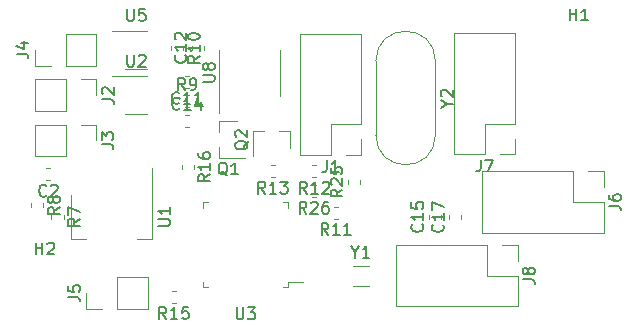
<source format=gbr>
%TF.GenerationSoftware,KiCad,Pcbnew,(5.1.6-0-10_14)*%
%TF.CreationDate,2020-07-31T15:00:41-05:00*%
%TF.ProjectId,final_fingerprint_sensor,66696e61-6c5f-4666-996e-676572707269,rev?*%
%TF.SameCoordinates,Original*%
%TF.FileFunction,Legend,Top*%
%TF.FilePolarity,Positive*%
%FSLAX46Y46*%
G04 Gerber Fmt 4.6, Leading zero omitted, Abs format (unit mm)*
G04 Created by KiCad (PCBNEW (5.1.6-0-10_14)) date 2020-07-31 15:00:41*
%MOMM*%
%LPD*%
G01*
G04 APERTURE LIST*
%ADD10C,0.120000*%
%ADD11C,0.150000*%
G04 APERTURE END LIST*
D10*
%TO.C,U3*%
X125615000Y-71315000D02*
X125165000Y-71315000D01*
X125165000Y-71315000D02*
X125165000Y-71765000D01*
X131935000Y-71315000D02*
X132385000Y-71315000D01*
X132385000Y-71315000D02*
X132385000Y-71765000D01*
X125615000Y-78535000D02*
X125165000Y-78535000D01*
X125165000Y-78535000D02*
X125165000Y-78085000D01*
X131935000Y-78535000D02*
X132385000Y-78535000D01*
X132385000Y-78535000D02*
X132385000Y-78085000D01*
X132385000Y-78085000D02*
X133675000Y-78085000D01*
%TO.C,C14*%
X123653733Y-64960000D02*
X123996267Y-64960000D01*
X123653733Y-63940000D02*
X123996267Y-63940000D01*
%TO.C,J1*%
X138578900Y-57041740D02*
X133378900Y-57041740D01*
X138578900Y-64721740D02*
X138578900Y-57041740D01*
X133378900Y-67321740D02*
X133378900Y-57041740D01*
X138578900Y-64721740D02*
X135978900Y-64721740D01*
X135978900Y-64721740D02*
X135978900Y-67321740D01*
X135978900Y-67321740D02*
X133378900Y-67321740D01*
X138578900Y-65991740D02*
X138578900Y-67321740D01*
X138578900Y-67321740D02*
X137248900Y-67321740D01*
%TO.C,J2*%
X116145000Y-60920000D02*
X116145000Y-62250000D01*
X114815000Y-60920000D02*
X116145000Y-60920000D01*
X113545000Y-60920000D02*
X113545000Y-63580000D01*
X113545000Y-63580000D02*
X110945000Y-63580000D01*
X113545000Y-60920000D02*
X110945000Y-60920000D01*
X110945000Y-60920000D02*
X110945000Y-63580000D01*
%TO.C,J3*%
X110930000Y-64745000D02*
X110930000Y-67405000D01*
X113530000Y-64745000D02*
X110930000Y-64745000D01*
X113530000Y-67405000D02*
X110930000Y-67405000D01*
X113530000Y-64745000D02*
X113530000Y-67405000D01*
X114800000Y-64745000D02*
X116130000Y-64745000D01*
X116130000Y-64745000D02*
X116130000Y-66075000D01*
%TO.C,J4*%
X110938000Y-59750000D02*
X110938000Y-58420000D01*
X112268000Y-59750000D02*
X110938000Y-59750000D01*
X113538000Y-59750000D02*
X113538000Y-57090000D01*
X113538000Y-57090000D02*
X116138000Y-57090000D01*
X113538000Y-59750000D02*
X116138000Y-59750000D01*
X116138000Y-59750000D02*
X116138000Y-57090000D01*
%TO.C,J5*%
X120495000Y-80330000D02*
X120495000Y-77670000D01*
X117895000Y-80330000D02*
X120495000Y-80330000D01*
X117895000Y-77670000D02*
X120495000Y-77670000D01*
X117895000Y-80330000D02*
X117895000Y-77670000D01*
X116625000Y-80330000D02*
X115295000Y-80330000D01*
X115295000Y-80330000D02*
X115295000Y-79000000D01*
%TO.C,J6*%
X159085000Y-68695000D02*
X159085000Y-70025000D01*
X157755000Y-68695000D02*
X159085000Y-68695000D01*
X159085000Y-71295000D02*
X159085000Y-73895000D01*
X156485000Y-71295000D02*
X159085000Y-71295000D01*
X156485000Y-68695000D02*
X156485000Y-71295000D01*
X159085000Y-73895000D02*
X148805000Y-73895000D01*
X156485000Y-68695000D02*
X148805000Y-68695000D01*
X148805000Y-68695000D02*
X148805000Y-73895000D01*
%TO.C,J7*%
X151620000Y-56980000D02*
X146420000Y-56980000D01*
X151620000Y-64660000D02*
X151620000Y-56980000D01*
X146420000Y-67260000D02*
X146420000Y-56980000D01*
X151620000Y-64660000D02*
X149020000Y-64660000D01*
X149020000Y-64660000D02*
X149020000Y-67260000D01*
X149020000Y-67260000D02*
X146420000Y-67260000D01*
X151620000Y-65930000D02*
X151620000Y-67260000D01*
X151620000Y-67260000D02*
X150290000Y-67260000D01*
%TO.C,J8*%
X151805000Y-74920000D02*
X151805000Y-76250000D01*
X150475000Y-74920000D02*
X151805000Y-74920000D01*
X151805000Y-77520000D02*
X151805000Y-80120000D01*
X149205000Y-77520000D02*
X151805000Y-77520000D01*
X149205000Y-74920000D02*
X149205000Y-77520000D01*
X151805000Y-80120000D02*
X141525000Y-80120000D01*
X149205000Y-74920000D02*
X141525000Y-74920000D01*
X141525000Y-74920000D02*
X141525000Y-80120000D01*
%TO.C,Q1*%
X126565000Y-64420000D02*
X128025000Y-64420000D01*
X126565000Y-67580000D02*
X128725000Y-67580000D01*
X126565000Y-67580000D02*
X126565000Y-66650000D01*
X126565000Y-64420000D02*
X126565000Y-65350000D01*
%TO.C,Q2*%
X132530000Y-65265000D02*
X131600000Y-65265000D01*
X129370000Y-65265000D02*
X130300000Y-65265000D01*
X129370000Y-65265000D02*
X129370000Y-67425000D01*
X132530000Y-65265000D02*
X132530000Y-66725000D01*
%TO.C,R7*%
X112340000Y-72378733D02*
X112340000Y-72721267D01*
X113360000Y-72378733D02*
X113360000Y-72721267D01*
%TO.C,R8*%
X111660000Y-71403733D02*
X111660000Y-71746267D01*
X110640000Y-71403733D02*
X110640000Y-71746267D01*
%TO.C,R9*%
X123653733Y-62265000D02*
X123996267Y-62265000D01*
X123653733Y-63285000D02*
X123996267Y-63285000D01*
%TO.C,R10*%
X122490000Y-58103733D02*
X122490000Y-58446267D01*
X123510000Y-58103733D02*
X123510000Y-58446267D01*
%TO.C,R11*%
X136596267Y-71690000D02*
X136253733Y-71690000D01*
X136596267Y-72710000D02*
X136253733Y-72710000D01*
%TO.C,R12*%
X134771267Y-69210000D02*
X134428733Y-69210000D01*
X134771267Y-68190000D02*
X134428733Y-68190000D01*
%TO.C,R13*%
X131246267Y-68190000D02*
X130903733Y-68190000D01*
X131246267Y-69210000D02*
X130903733Y-69210000D01*
%TO.C,R15*%
X122871267Y-78790000D02*
X122528733Y-78790000D01*
X122871267Y-79810000D02*
X122528733Y-79810000D01*
%TO.C,R16*%
X124385000Y-68153733D02*
X124385000Y-68496267D01*
X123365000Y-68153733D02*
X123365000Y-68496267D01*
%TO.C,R25*%
X138460000Y-69771267D02*
X138460000Y-69428733D01*
X137440000Y-69771267D02*
X137440000Y-69428733D01*
%TO.C,R26*%
X134746267Y-70910000D02*
X134403733Y-70910000D01*
X134746267Y-69890000D02*
X134403733Y-69890000D01*
%TO.C,U1*%
X114015000Y-74460000D02*
X115275000Y-74460000D01*
X120835000Y-74460000D02*
X119575000Y-74460000D01*
X114015000Y-70700000D02*
X114015000Y-74460000D01*
X120835000Y-68450000D02*
X120835000Y-74460000D01*
%TO.C,U2*%
X120400000Y-60665000D02*
X117450000Y-60665000D01*
X118600000Y-63885000D02*
X120400000Y-63885000D01*
%TO.C,U5*%
X118600000Y-60010000D02*
X120400000Y-60010000D01*
X120400000Y-56790000D02*
X117450000Y-56790000D01*
%TO.C,U8*%
X131670000Y-60350000D02*
X131670000Y-58400000D01*
X131670000Y-60350000D02*
X131670000Y-62300000D01*
X126550000Y-60350000D02*
X126550000Y-58400000D01*
X126550000Y-60350000D02*
X126550000Y-63800000D01*
%TO.C,Y2*%
X144850000Y-59365000D02*
X144850000Y-65615000D01*
X139800000Y-59365000D02*
X139800000Y-65615000D01*
X139800000Y-59365000D02*
G75*
G02*
X144850000Y-59365000I2525000J0D01*
G01*
X139800000Y-65615000D02*
G75*
G03*
X144850000Y-65615000I2525000J0D01*
G01*
%TO.C,C2*%
X112246267Y-69460000D02*
X111903733Y-69460000D01*
X112246267Y-68440000D02*
X111903733Y-68440000D01*
%TO.C,C11*%
X123971267Y-61610000D02*
X123628733Y-61610000D01*
X123971267Y-60590000D02*
X123628733Y-60590000D01*
%TO.C,C12*%
X125260000Y-58396267D02*
X125260000Y-58053733D01*
X124240000Y-58396267D02*
X124240000Y-58053733D01*
%TO.C,Y1*%
X137875000Y-76675000D02*
X139225000Y-76675000D01*
X137875000Y-78425000D02*
X139225000Y-78425000D01*
%TO.C,C15*%
X144290000Y-72721267D02*
X144290000Y-72378733D01*
X145310000Y-72721267D02*
X145310000Y-72378733D01*
%TO.C,C17*%
X147035000Y-72746267D02*
X147035000Y-72403733D01*
X146015000Y-72746267D02*
X146015000Y-72403733D01*
%TO.C,U3*%
D11*
X128013095Y-80227380D02*
X128013095Y-81036904D01*
X128060714Y-81132142D01*
X128108333Y-81179761D01*
X128203571Y-81227380D01*
X128394047Y-81227380D01*
X128489285Y-81179761D01*
X128536904Y-81132142D01*
X128584523Y-81036904D01*
X128584523Y-80227380D01*
X128965476Y-80227380D02*
X129584523Y-80227380D01*
X129251190Y-80608333D01*
X129394047Y-80608333D01*
X129489285Y-80655952D01*
X129536904Y-80703571D01*
X129584523Y-80798809D01*
X129584523Y-81036904D01*
X129536904Y-81132142D01*
X129489285Y-81179761D01*
X129394047Y-81227380D01*
X129108333Y-81227380D01*
X129013095Y-81179761D01*
X128965476Y-81132142D01*
%TO.C,C14*%
X123182142Y-63377142D02*
X123134523Y-63424761D01*
X122991666Y-63472380D01*
X122896428Y-63472380D01*
X122753571Y-63424761D01*
X122658333Y-63329523D01*
X122610714Y-63234285D01*
X122563095Y-63043809D01*
X122563095Y-62900952D01*
X122610714Y-62710476D01*
X122658333Y-62615238D01*
X122753571Y-62520000D01*
X122896428Y-62472380D01*
X122991666Y-62472380D01*
X123134523Y-62520000D01*
X123182142Y-62567619D01*
X124134523Y-63472380D02*
X123563095Y-63472380D01*
X123848809Y-63472380D02*
X123848809Y-62472380D01*
X123753571Y-62615238D01*
X123658333Y-62710476D01*
X123563095Y-62758095D01*
X124991666Y-62805714D02*
X124991666Y-63472380D01*
X124753571Y-62424761D02*
X124515476Y-63139047D01*
X125134523Y-63139047D01*
%TO.C,H1*%
X156210095Y-55926380D02*
X156210095Y-54926380D01*
X156210095Y-55402571D02*
X156781523Y-55402571D01*
X156781523Y-55926380D02*
X156781523Y-54926380D01*
X157781523Y-55926380D02*
X157210095Y-55926380D01*
X157495809Y-55926380D02*
X157495809Y-54926380D01*
X157400571Y-55069238D01*
X157305333Y-55164476D01*
X157210095Y-55212095D01*
%TO.C,H2*%
X110998095Y-75738380D02*
X110998095Y-74738380D01*
X110998095Y-75214571D02*
X111569523Y-75214571D01*
X111569523Y-75738380D02*
X111569523Y-74738380D01*
X111998095Y-74833619D02*
X112045714Y-74786000D01*
X112140952Y-74738380D01*
X112379047Y-74738380D01*
X112474285Y-74786000D01*
X112521904Y-74833619D01*
X112569523Y-74928857D01*
X112569523Y-75024095D01*
X112521904Y-75166952D01*
X111950476Y-75738380D01*
X112569523Y-75738380D01*
%TO.C,J1*%
X135645566Y-67774120D02*
X135645566Y-68488406D01*
X135597947Y-68631263D01*
X135502709Y-68726501D01*
X135359852Y-68774120D01*
X135264614Y-68774120D01*
X136645566Y-68774120D02*
X136074138Y-68774120D01*
X136359852Y-68774120D02*
X136359852Y-67774120D01*
X136264614Y-67916978D01*
X136169376Y-68012216D01*
X136074138Y-68059835D01*
%TO.C,J2*%
X116597380Y-62583333D02*
X117311666Y-62583333D01*
X117454523Y-62630952D01*
X117549761Y-62726190D01*
X117597380Y-62869047D01*
X117597380Y-62964285D01*
X116692619Y-62154761D02*
X116645000Y-62107142D01*
X116597380Y-62011904D01*
X116597380Y-61773809D01*
X116645000Y-61678571D01*
X116692619Y-61630952D01*
X116787857Y-61583333D01*
X116883095Y-61583333D01*
X117025952Y-61630952D01*
X117597380Y-62202380D01*
X117597380Y-61583333D01*
%TO.C,J3*%
X116582380Y-66408333D02*
X117296666Y-66408333D01*
X117439523Y-66455952D01*
X117534761Y-66551190D01*
X117582380Y-66694047D01*
X117582380Y-66789285D01*
X116582380Y-66027380D02*
X116582380Y-65408333D01*
X116963333Y-65741666D01*
X116963333Y-65598809D01*
X117010952Y-65503571D01*
X117058571Y-65455952D01*
X117153809Y-65408333D01*
X117391904Y-65408333D01*
X117487142Y-65455952D01*
X117534761Y-65503571D01*
X117582380Y-65598809D01*
X117582380Y-65884523D01*
X117534761Y-65979761D01*
X117487142Y-66027380D01*
%TO.C,J4*%
X109390380Y-58753333D02*
X110104666Y-58753333D01*
X110247523Y-58800952D01*
X110342761Y-58896190D01*
X110390380Y-59039047D01*
X110390380Y-59134285D01*
X109723714Y-57848571D02*
X110390380Y-57848571D01*
X109342761Y-58086666D02*
X110057047Y-58324761D01*
X110057047Y-57705714D01*
%TO.C,J5*%
X113747380Y-79333333D02*
X114461666Y-79333333D01*
X114604523Y-79380952D01*
X114699761Y-79476190D01*
X114747380Y-79619047D01*
X114747380Y-79714285D01*
X113747380Y-78380952D02*
X113747380Y-78857142D01*
X114223571Y-78904761D01*
X114175952Y-78857142D01*
X114128333Y-78761904D01*
X114128333Y-78523809D01*
X114175952Y-78428571D01*
X114223571Y-78380952D01*
X114318809Y-78333333D01*
X114556904Y-78333333D01*
X114652142Y-78380952D01*
X114699761Y-78428571D01*
X114747380Y-78523809D01*
X114747380Y-78761904D01*
X114699761Y-78857142D01*
X114652142Y-78904761D01*
%TO.C,J6*%
X159537380Y-71628333D02*
X160251666Y-71628333D01*
X160394523Y-71675952D01*
X160489761Y-71771190D01*
X160537380Y-71914047D01*
X160537380Y-72009285D01*
X159537380Y-70723571D02*
X159537380Y-70914047D01*
X159585000Y-71009285D01*
X159632619Y-71056904D01*
X159775476Y-71152142D01*
X159965952Y-71199761D01*
X160346904Y-71199761D01*
X160442142Y-71152142D01*
X160489761Y-71104523D01*
X160537380Y-71009285D01*
X160537380Y-70818809D01*
X160489761Y-70723571D01*
X160442142Y-70675952D01*
X160346904Y-70628333D01*
X160108809Y-70628333D01*
X160013571Y-70675952D01*
X159965952Y-70723571D01*
X159918333Y-70818809D01*
X159918333Y-71009285D01*
X159965952Y-71104523D01*
X160013571Y-71152142D01*
X160108809Y-71199761D01*
%TO.C,J7*%
X148686666Y-67712380D02*
X148686666Y-68426666D01*
X148639047Y-68569523D01*
X148543809Y-68664761D01*
X148400952Y-68712380D01*
X148305714Y-68712380D01*
X149067619Y-67712380D02*
X149734285Y-67712380D01*
X149305714Y-68712380D01*
%TO.C,J8*%
X152257380Y-77853333D02*
X152971666Y-77853333D01*
X153114523Y-77900952D01*
X153209761Y-77996190D01*
X153257380Y-78139047D01*
X153257380Y-78234285D01*
X152685952Y-77234285D02*
X152638333Y-77329523D01*
X152590714Y-77377142D01*
X152495476Y-77424761D01*
X152447857Y-77424761D01*
X152352619Y-77377142D01*
X152305000Y-77329523D01*
X152257380Y-77234285D01*
X152257380Y-77043809D01*
X152305000Y-76948571D01*
X152352619Y-76900952D01*
X152447857Y-76853333D01*
X152495476Y-76853333D01*
X152590714Y-76900952D01*
X152638333Y-76948571D01*
X152685952Y-77043809D01*
X152685952Y-77234285D01*
X152733571Y-77329523D01*
X152781190Y-77377142D01*
X152876428Y-77424761D01*
X153066904Y-77424761D01*
X153162142Y-77377142D01*
X153209761Y-77329523D01*
X153257380Y-77234285D01*
X153257380Y-77043809D01*
X153209761Y-76948571D01*
X153162142Y-76900952D01*
X153066904Y-76853333D01*
X152876428Y-76853333D01*
X152781190Y-76900952D01*
X152733571Y-76948571D01*
X152685952Y-77043809D01*
%TO.C,Q1*%
X127229761Y-69047619D02*
X127134523Y-69000000D01*
X127039285Y-68904761D01*
X126896428Y-68761904D01*
X126801190Y-68714285D01*
X126705952Y-68714285D01*
X126753571Y-68952380D02*
X126658333Y-68904761D01*
X126563095Y-68809523D01*
X126515476Y-68619047D01*
X126515476Y-68285714D01*
X126563095Y-68095238D01*
X126658333Y-68000000D01*
X126753571Y-67952380D01*
X126944047Y-67952380D01*
X127039285Y-68000000D01*
X127134523Y-68095238D01*
X127182142Y-68285714D01*
X127182142Y-68619047D01*
X127134523Y-68809523D01*
X127039285Y-68904761D01*
X126944047Y-68952380D01*
X126753571Y-68952380D01*
X128134523Y-68952380D02*
X127563095Y-68952380D01*
X127848809Y-68952380D02*
X127848809Y-67952380D01*
X127753571Y-68095238D01*
X127658333Y-68190476D01*
X127563095Y-68238095D01*
%TO.C,Q2*%
X128997619Y-66120238D02*
X128950000Y-66215476D01*
X128854761Y-66310714D01*
X128711904Y-66453571D01*
X128664285Y-66548809D01*
X128664285Y-66644047D01*
X128902380Y-66596428D02*
X128854761Y-66691666D01*
X128759523Y-66786904D01*
X128569047Y-66834523D01*
X128235714Y-66834523D01*
X128045238Y-66786904D01*
X127950000Y-66691666D01*
X127902380Y-66596428D01*
X127902380Y-66405952D01*
X127950000Y-66310714D01*
X128045238Y-66215476D01*
X128235714Y-66167857D01*
X128569047Y-66167857D01*
X128759523Y-66215476D01*
X128854761Y-66310714D01*
X128902380Y-66405952D01*
X128902380Y-66596428D01*
X127997619Y-65786904D02*
X127950000Y-65739285D01*
X127902380Y-65644047D01*
X127902380Y-65405952D01*
X127950000Y-65310714D01*
X127997619Y-65263095D01*
X128092857Y-65215476D01*
X128188095Y-65215476D01*
X128330952Y-65263095D01*
X128902380Y-65834523D01*
X128902380Y-65215476D01*
%TO.C,R7*%
X114732380Y-72716666D02*
X114256190Y-73050000D01*
X114732380Y-73288095D02*
X113732380Y-73288095D01*
X113732380Y-72907142D01*
X113780000Y-72811904D01*
X113827619Y-72764285D01*
X113922857Y-72716666D01*
X114065714Y-72716666D01*
X114160952Y-72764285D01*
X114208571Y-72811904D01*
X114256190Y-72907142D01*
X114256190Y-73288095D01*
X113732380Y-72383333D02*
X113732380Y-71716666D01*
X114732380Y-72145238D01*
%TO.C,R8*%
X113032380Y-71741666D02*
X112556190Y-72075000D01*
X113032380Y-72313095D02*
X112032380Y-72313095D01*
X112032380Y-71932142D01*
X112080000Y-71836904D01*
X112127619Y-71789285D01*
X112222857Y-71741666D01*
X112365714Y-71741666D01*
X112460952Y-71789285D01*
X112508571Y-71836904D01*
X112556190Y-71932142D01*
X112556190Y-72313095D01*
X112460952Y-71170238D02*
X112413333Y-71265476D01*
X112365714Y-71313095D01*
X112270476Y-71360714D01*
X112222857Y-71360714D01*
X112127619Y-71313095D01*
X112080000Y-71265476D01*
X112032380Y-71170238D01*
X112032380Y-70979761D01*
X112080000Y-70884523D01*
X112127619Y-70836904D01*
X112222857Y-70789285D01*
X112270476Y-70789285D01*
X112365714Y-70836904D01*
X112413333Y-70884523D01*
X112460952Y-70979761D01*
X112460952Y-71170238D01*
X112508571Y-71265476D01*
X112556190Y-71313095D01*
X112651428Y-71360714D01*
X112841904Y-71360714D01*
X112937142Y-71313095D01*
X112984761Y-71265476D01*
X113032380Y-71170238D01*
X113032380Y-70979761D01*
X112984761Y-70884523D01*
X112937142Y-70836904D01*
X112841904Y-70789285D01*
X112651428Y-70789285D01*
X112556190Y-70836904D01*
X112508571Y-70884523D01*
X112460952Y-70979761D01*
%TO.C,R9*%
X123658333Y-61797380D02*
X123325000Y-61321190D01*
X123086904Y-61797380D02*
X123086904Y-60797380D01*
X123467857Y-60797380D01*
X123563095Y-60845000D01*
X123610714Y-60892619D01*
X123658333Y-60987857D01*
X123658333Y-61130714D01*
X123610714Y-61225952D01*
X123563095Y-61273571D01*
X123467857Y-61321190D01*
X123086904Y-61321190D01*
X124134523Y-61797380D02*
X124325000Y-61797380D01*
X124420238Y-61749761D01*
X124467857Y-61702142D01*
X124563095Y-61559285D01*
X124610714Y-61368809D01*
X124610714Y-60987857D01*
X124563095Y-60892619D01*
X124515476Y-60845000D01*
X124420238Y-60797380D01*
X124229761Y-60797380D01*
X124134523Y-60845000D01*
X124086904Y-60892619D01*
X124039285Y-60987857D01*
X124039285Y-61225952D01*
X124086904Y-61321190D01*
X124134523Y-61368809D01*
X124229761Y-61416428D01*
X124420238Y-61416428D01*
X124515476Y-61368809D01*
X124563095Y-61321190D01*
X124610714Y-61225952D01*
%TO.C,R10*%
X124882380Y-58917857D02*
X124406190Y-59251190D01*
X124882380Y-59489285D02*
X123882380Y-59489285D01*
X123882380Y-59108333D01*
X123930000Y-59013095D01*
X123977619Y-58965476D01*
X124072857Y-58917857D01*
X124215714Y-58917857D01*
X124310952Y-58965476D01*
X124358571Y-59013095D01*
X124406190Y-59108333D01*
X124406190Y-59489285D01*
X124882380Y-57965476D02*
X124882380Y-58536904D01*
X124882380Y-58251190D02*
X123882380Y-58251190D01*
X124025238Y-58346428D01*
X124120476Y-58441666D01*
X124168095Y-58536904D01*
X123882380Y-57346428D02*
X123882380Y-57251190D01*
X123930000Y-57155952D01*
X123977619Y-57108333D01*
X124072857Y-57060714D01*
X124263333Y-57013095D01*
X124501428Y-57013095D01*
X124691904Y-57060714D01*
X124787142Y-57108333D01*
X124834761Y-57155952D01*
X124882380Y-57251190D01*
X124882380Y-57346428D01*
X124834761Y-57441666D01*
X124787142Y-57489285D01*
X124691904Y-57536904D01*
X124501428Y-57584523D01*
X124263333Y-57584523D01*
X124072857Y-57536904D01*
X123977619Y-57489285D01*
X123930000Y-57441666D01*
X123882380Y-57346428D01*
%TO.C,R11*%
X135782142Y-74082380D02*
X135448809Y-73606190D01*
X135210714Y-74082380D02*
X135210714Y-73082380D01*
X135591666Y-73082380D01*
X135686904Y-73130000D01*
X135734523Y-73177619D01*
X135782142Y-73272857D01*
X135782142Y-73415714D01*
X135734523Y-73510952D01*
X135686904Y-73558571D01*
X135591666Y-73606190D01*
X135210714Y-73606190D01*
X136734523Y-74082380D02*
X136163095Y-74082380D01*
X136448809Y-74082380D02*
X136448809Y-73082380D01*
X136353571Y-73225238D01*
X136258333Y-73320476D01*
X136163095Y-73368095D01*
X137686904Y-74082380D02*
X137115476Y-74082380D01*
X137401190Y-74082380D02*
X137401190Y-73082380D01*
X137305952Y-73225238D01*
X137210714Y-73320476D01*
X137115476Y-73368095D01*
%TO.C,R12*%
X133957142Y-70582380D02*
X133623809Y-70106190D01*
X133385714Y-70582380D02*
X133385714Y-69582380D01*
X133766666Y-69582380D01*
X133861904Y-69630000D01*
X133909523Y-69677619D01*
X133957142Y-69772857D01*
X133957142Y-69915714D01*
X133909523Y-70010952D01*
X133861904Y-70058571D01*
X133766666Y-70106190D01*
X133385714Y-70106190D01*
X134909523Y-70582380D02*
X134338095Y-70582380D01*
X134623809Y-70582380D02*
X134623809Y-69582380D01*
X134528571Y-69725238D01*
X134433333Y-69820476D01*
X134338095Y-69868095D01*
X135290476Y-69677619D02*
X135338095Y-69630000D01*
X135433333Y-69582380D01*
X135671428Y-69582380D01*
X135766666Y-69630000D01*
X135814285Y-69677619D01*
X135861904Y-69772857D01*
X135861904Y-69868095D01*
X135814285Y-70010952D01*
X135242857Y-70582380D01*
X135861904Y-70582380D01*
%TO.C,R13*%
X130432142Y-70582380D02*
X130098809Y-70106190D01*
X129860714Y-70582380D02*
X129860714Y-69582380D01*
X130241666Y-69582380D01*
X130336904Y-69630000D01*
X130384523Y-69677619D01*
X130432142Y-69772857D01*
X130432142Y-69915714D01*
X130384523Y-70010952D01*
X130336904Y-70058571D01*
X130241666Y-70106190D01*
X129860714Y-70106190D01*
X131384523Y-70582380D02*
X130813095Y-70582380D01*
X131098809Y-70582380D02*
X131098809Y-69582380D01*
X131003571Y-69725238D01*
X130908333Y-69820476D01*
X130813095Y-69868095D01*
X131717857Y-69582380D02*
X132336904Y-69582380D01*
X132003571Y-69963333D01*
X132146428Y-69963333D01*
X132241666Y-70010952D01*
X132289285Y-70058571D01*
X132336904Y-70153809D01*
X132336904Y-70391904D01*
X132289285Y-70487142D01*
X132241666Y-70534761D01*
X132146428Y-70582380D01*
X131860714Y-70582380D01*
X131765476Y-70534761D01*
X131717857Y-70487142D01*
%TO.C,R15*%
X122057142Y-81182380D02*
X121723809Y-80706190D01*
X121485714Y-81182380D02*
X121485714Y-80182380D01*
X121866666Y-80182380D01*
X121961904Y-80230000D01*
X122009523Y-80277619D01*
X122057142Y-80372857D01*
X122057142Y-80515714D01*
X122009523Y-80610952D01*
X121961904Y-80658571D01*
X121866666Y-80706190D01*
X121485714Y-80706190D01*
X123009523Y-81182380D02*
X122438095Y-81182380D01*
X122723809Y-81182380D02*
X122723809Y-80182380D01*
X122628571Y-80325238D01*
X122533333Y-80420476D01*
X122438095Y-80468095D01*
X123914285Y-80182380D02*
X123438095Y-80182380D01*
X123390476Y-80658571D01*
X123438095Y-80610952D01*
X123533333Y-80563333D01*
X123771428Y-80563333D01*
X123866666Y-80610952D01*
X123914285Y-80658571D01*
X123961904Y-80753809D01*
X123961904Y-80991904D01*
X123914285Y-81087142D01*
X123866666Y-81134761D01*
X123771428Y-81182380D01*
X123533333Y-81182380D01*
X123438095Y-81134761D01*
X123390476Y-81087142D01*
%TO.C,R16*%
X125757380Y-68967857D02*
X125281190Y-69301190D01*
X125757380Y-69539285D02*
X124757380Y-69539285D01*
X124757380Y-69158333D01*
X124805000Y-69063095D01*
X124852619Y-69015476D01*
X124947857Y-68967857D01*
X125090714Y-68967857D01*
X125185952Y-69015476D01*
X125233571Y-69063095D01*
X125281190Y-69158333D01*
X125281190Y-69539285D01*
X125757380Y-68015476D02*
X125757380Y-68586904D01*
X125757380Y-68301190D02*
X124757380Y-68301190D01*
X124900238Y-68396428D01*
X124995476Y-68491666D01*
X125043095Y-68586904D01*
X124757380Y-67158333D02*
X124757380Y-67348809D01*
X124805000Y-67444047D01*
X124852619Y-67491666D01*
X124995476Y-67586904D01*
X125185952Y-67634523D01*
X125566904Y-67634523D01*
X125662142Y-67586904D01*
X125709761Y-67539285D01*
X125757380Y-67444047D01*
X125757380Y-67253571D01*
X125709761Y-67158333D01*
X125662142Y-67110714D01*
X125566904Y-67063095D01*
X125328809Y-67063095D01*
X125233571Y-67110714D01*
X125185952Y-67158333D01*
X125138333Y-67253571D01*
X125138333Y-67444047D01*
X125185952Y-67539285D01*
X125233571Y-67586904D01*
X125328809Y-67634523D01*
%TO.C,R25*%
X136972380Y-70242857D02*
X136496190Y-70576190D01*
X136972380Y-70814285D02*
X135972380Y-70814285D01*
X135972380Y-70433333D01*
X136020000Y-70338095D01*
X136067619Y-70290476D01*
X136162857Y-70242857D01*
X136305714Y-70242857D01*
X136400952Y-70290476D01*
X136448571Y-70338095D01*
X136496190Y-70433333D01*
X136496190Y-70814285D01*
X136067619Y-69861904D02*
X136020000Y-69814285D01*
X135972380Y-69719047D01*
X135972380Y-69480952D01*
X136020000Y-69385714D01*
X136067619Y-69338095D01*
X136162857Y-69290476D01*
X136258095Y-69290476D01*
X136400952Y-69338095D01*
X136972380Y-69909523D01*
X136972380Y-69290476D01*
X135972380Y-68385714D02*
X135972380Y-68861904D01*
X136448571Y-68909523D01*
X136400952Y-68861904D01*
X136353333Y-68766666D01*
X136353333Y-68528571D01*
X136400952Y-68433333D01*
X136448571Y-68385714D01*
X136543809Y-68338095D01*
X136781904Y-68338095D01*
X136877142Y-68385714D01*
X136924761Y-68433333D01*
X136972380Y-68528571D01*
X136972380Y-68766666D01*
X136924761Y-68861904D01*
X136877142Y-68909523D01*
%TO.C,R26*%
X133932142Y-72282380D02*
X133598809Y-71806190D01*
X133360714Y-72282380D02*
X133360714Y-71282380D01*
X133741666Y-71282380D01*
X133836904Y-71330000D01*
X133884523Y-71377619D01*
X133932142Y-71472857D01*
X133932142Y-71615714D01*
X133884523Y-71710952D01*
X133836904Y-71758571D01*
X133741666Y-71806190D01*
X133360714Y-71806190D01*
X134313095Y-71377619D02*
X134360714Y-71330000D01*
X134455952Y-71282380D01*
X134694047Y-71282380D01*
X134789285Y-71330000D01*
X134836904Y-71377619D01*
X134884523Y-71472857D01*
X134884523Y-71568095D01*
X134836904Y-71710952D01*
X134265476Y-72282380D01*
X134884523Y-72282380D01*
X135741666Y-71282380D02*
X135551190Y-71282380D01*
X135455952Y-71330000D01*
X135408333Y-71377619D01*
X135313095Y-71520476D01*
X135265476Y-71710952D01*
X135265476Y-72091904D01*
X135313095Y-72187142D01*
X135360714Y-72234761D01*
X135455952Y-72282380D01*
X135646428Y-72282380D01*
X135741666Y-72234761D01*
X135789285Y-72187142D01*
X135836904Y-72091904D01*
X135836904Y-71853809D01*
X135789285Y-71758571D01*
X135741666Y-71710952D01*
X135646428Y-71663333D01*
X135455952Y-71663333D01*
X135360714Y-71710952D01*
X135313095Y-71758571D01*
X135265476Y-71853809D01*
%TO.C,U1*%
X121377380Y-73311904D02*
X122186904Y-73311904D01*
X122282142Y-73264285D01*
X122329761Y-73216666D01*
X122377380Y-73121428D01*
X122377380Y-72930952D01*
X122329761Y-72835714D01*
X122282142Y-72788095D01*
X122186904Y-72740476D01*
X121377380Y-72740476D01*
X122377380Y-71740476D02*
X122377380Y-72311904D01*
X122377380Y-72026190D02*
X121377380Y-72026190D01*
X121520238Y-72121428D01*
X121615476Y-72216666D01*
X121663095Y-72311904D01*
%TO.C,U2*%
X118738095Y-58827380D02*
X118738095Y-59636904D01*
X118785714Y-59732142D01*
X118833333Y-59779761D01*
X118928571Y-59827380D01*
X119119047Y-59827380D01*
X119214285Y-59779761D01*
X119261904Y-59732142D01*
X119309523Y-59636904D01*
X119309523Y-58827380D01*
X119738095Y-58922619D02*
X119785714Y-58875000D01*
X119880952Y-58827380D01*
X120119047Y-58827380D01*
X120214285Y-58875000D01*
X120261904Y-58922619D01*
X120309523Y-59017857D01*
X120309523Y-59113095D01*
X120261904Y-59255952D01*
X119690476Y-59827380D01*
X120309523Y-59827380D01*
%TO.C,U5*%
X118738095Y-54952380D02*
X118738095Y-55761904D01*
X118785714Y-55857142D01*
X118833333Y-55904761D01*
X118928571Y-55952380D01*
X119119047Y-55952380D01*
X119214285Y-55904761D01*
X119261904Y-55857142D01*
X119309523Y-55761904D01*
X119309523Y-54952380D01*
X120261904Y-54952380D02*
X119785714Y-54952380D01*
X119738095Y-55428571D01*
X119785714Y-55380952D01*
X119880952Y-55333333D01*
X120119047Y-55333333D01*
X120214285Y-55380952D01*
X120261904Y-55428571D01*
X120309523Y-55523809D01*
X120309523Y-55761904D01*
X120261904Y-55857142D01*
X120214285Y-55904761D01*
X120119047Y-55952380D01*
X119880952Y-55952380D01*
X119785714Y-55904761D01*
X119738095Y-55857142D01*
%TO.C,U8*%
X125162380Y-61111904D02*
X125971904Y-61111904D01*
X126067142Y-61064285D01*
X126114761Y-61016666D01*
X126162380Y-60921428D01*
X126162380Y-60730952D01*
X126114761Y-60635714D01*
X126067142Y-60588095D01*
X125971904Y-60540476D01*
X125162380Y-60540476D01*
X125590952Y-59921428D02*
X125543333Y-60016666D01*
X125495714Y-60064285D01*
X125400476Y-60111904D01*
X125352857Y-60111904D01*
X125257619Y-60064285D01*
X125210000Y-60016666D01*
X125162380Y-59921428D01*
X125162380Y-59730952D01*
X125210000Y-59635714D01*
X125257619Y-59588095D01*
X125352857Y-59540476D01*
X125400476Y-59540476D01*
X125495714Y-59588095D01*
X125543333Y-59635714D01*
X125590952Y-59730952D01*
X125590952Y-59921428D01*
X125638571Y-60016666D01*
X125686190Y-60064285D01*
X125781428Y-60111904D01*
X125971904Y-60111904D01*
X126067142Y-60064285D01*
X126114761Y-60016666D01*
X126162380Y-59921428D01*
X126162380Y-59730952D01*
X126114761Y-59635714D01*
X126067142Y-59588095D01*
X125971904Y-59540476D01*
X125781428Y-59540476D01*
X125686190Y-59588095D01*
X125638571Y-59635714D01*
X125590952Y-59730952D01*
%TO.C,Y2*%
X145826190Y-62966190D02*
X146302380Y-62966190D01*
X145302380Y-63299523D02*
X145826190Y-62966190D01*
X145302380Y-62632857D01*
X145397619Y-62347142D02*
X145350000Y-62299523D01*
X145302380Y-62204285D01*
X145302380Y-61966190D01*
X145350000Y-61870952D01*
X145397619Y-61823333D01*
X145492857Y-61775714D01*
X145588095Y-61775714D01*
X145730952Y-61823333D01*
X146302380Y-62394761D01*
X146302380Y-61775714D01*
%TO.C,C2*%
X111908333Y-70737142D02*
X111860714Y-70784761D01*
X111717857Y-70832380D01*
X111622619Y-70832380D01*
X111479761Y-70784761D01*
X111384523Y-70689523D01*
X111336904Y-70594285D01*
X111289285Y-70403809D01*
X111289285Y-70260952D01*
X111336904Y-70070476D01*
X111384523Y-69975238D01*
X111479761Y-69880000D01*
X111622619Y-69832380D01*
X111717857Y-69832380D01*
X111860714Y-69880000D01*
X111908333Y-69927619D01*
X112289285Y-69927619D02*
X112336904Y-69880000D01*
X112432142Y-69832380D01*
X112670238Y-69832380D01*
X112765476Y-69880000D01*
X112813095Y-69927619D01*
X112860714Y-70022857D01*
X112860714Y-70118095D01*
X112813095Y-70260952D01*
X112241666Y-70832380D01*
X112860714Y-70832380D01*
%TO.C,C11*%
X123157142Y-62887142D02*
X123109523Y-62934761D01*
X122966666Y-62982380D01*
X122871428Y-62982380D01*
X122728571Y-62934761D01*
X122633333Y-62839523D01*
X122585714Y-62744285D01*
X122538095Y-62553809D01*
X122538095Y-62410952D01*
X122585714Y-62220476D01*
X122633333Y-62125238D01*
X122728571Y-62030000D01*
X122871428Y-61982380D01*
X122966666Y-61982380D01*
X123109523Y-62030000D01*
X123157142Y-62077619D01*
X124109523Y-62982380D02*
X123538095Y-62982380D01*
X123823809Y-62982380D02*
X123823809Y-61982380D01*
X123728571Y-62125238D01*
X123633333Y-62220476D01*
X123538095Y-62268095D01*
X125061904Y-62982380D02*
X124490476Y-62982380D01*
X124776190Y-62982380D02*
X124776190Y-61982380D01*
X124680952Y-62125238D01*
X124585714Y-62220476D01*
X124490476Y-62268095D01*
%TO.C,C12*%
X123677142Y-58867857D02*
X123724761Y-58915476D01*
X123772380Y-59058333D01*
X123772380Y-59153571D01*
X123724761Y-59296428D01*
X123629523Y-59391666D01*
X123534285Y-59439285D01*
X123343809Y-59486904D01*
X123200952Y-59486904D01*
X123010476Y-59439285D01*
X122915238Y-59391666D01*
X122820000Y-59296428D01*
X122772380Y-59153571D01*
X122772380Y-59058333D01*
X122820000Y-58915476D01*
X122867619Y-58867857D01*
X123772380Y-57915476D02*
X123772380Y-58486904D01*
X123772380Y-58201190D02*
X122772380Y-58201190D01*
X122915238Y-58296428D01*
X123010476Y-58391666D01*
X123058095Y-58486904D01*
X122867619Y-57534523D02*
X122820000Y-57486904D01*
X122772380Y-57391666D01*
X122772380Y-57153571D01*
X122820000Y-57058333D01*
X122867619Y-57010714D01*
X122962857Y-56963095D01*
X123058095Y-56963095D01*
X123200952Y-57010714D01*
X123772380Y-57582142D01*
X123772380Y-56963095D01*
%TO.C,Y1*%
X138073809Y-75526190D02*
X138073809Y-76002380D01*
X137740476Y-75002380D02*
X138073809Y-75526190D01*
X138407142Y-75002380D01*
X139264285Y-76002380D02*
X138692857Y-76002380D01*
X138978571Y-76002380D02*
X138978571Y-75002380D01*
X138883333Y-75145238D01*
X138788095Y-75240476D01*
X138692857Y-75288095D01*
%TO.C,C15*%
X143727142Y-73192857D02*
X143774761Y-73240476D01*
X143822380Y-73383333D01*
X143822380Y-73478571D01*
X143774761Y-73621428D01*
X143679523Y-73716666D01*
X143584285Y-73764285D01*
X143393809Y-73811904D01*
X143250952Y-73811904D01*
X143060476Y-73764285D01*
X142965238Y-73716666D01*
X142870000Y-73621428D01*
X142822380Y-73478571D01*
X142822380Y-73383333D01*
X142870000Y-73240476D01*
X142917619Y-73192857D01*
X143822380Y-72240476D02*
X143822380Y-72811904D01*
X143822380Y-72526190D02*
X142822380Y-72526190D01*
X142965238Y-72621428D01*
X143060476Y-72716666D01*
X143108095Y-72811904D01*
X142822380Y-71335714D02*
X142822380Y-71811904D01*
X143298571Y-71859523D01*
X143250952Y-71811904D01*
X143203333Y-71716666D01*
X143203333Y-71478571D01*
X143250952Y-71383333D01*
X143298571Y-71335714D01*
X143393809Y-71288095D01*
X143631904Y-71288095D01*
X143727142Y-71335714D01*
X143774761Y-71383333D01*
X143822380Y-71478571D01*
X143822380Y-71716666D01*
X143774761Y-71811904D01*
X143727142Y-71859523D01*
%TO.C,C17*%
X145452142Y-73217857D02*
X145499761Y-73265476D01*
X145547380Y-73408333D01*
X145547380Y-73503571D01*
X145499761Y-73646428D01*
X145404523Y-73741666D01*
X145309285Y-73789285D01*
X145118809Y-73836904D01*
X144975952Y-73836904D01*
X144785476Y-73789285D01*
X144690238Y-73741666D01*
X144595000Y-73646428D01*
X144547380Y-73503571D01*
X144547380Y-73408333D01*
X144595000Y-73265476D01*
X144642619Y-73217857D01*
X145547380Y-72265476D02*
X145547380Y-72836904D01*
X145547380Y-72551190D02*
X144547380Y-72551190D01*
X144690238Y-72646428D01*
X144785476Y-72741666D01*
X144833095Y-72836904D01*
X144547380Y-71932142D02*
X144547380Y-71265476D01*
X145547380Y-71694047D01*
%TD*%
M02*

</source>
